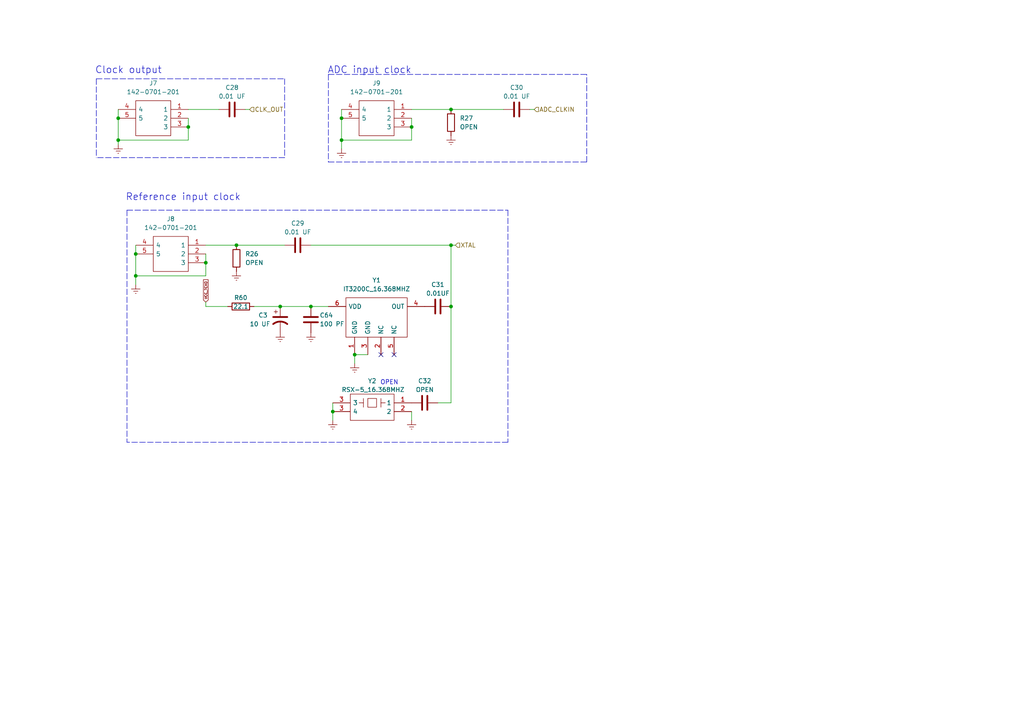
<source format=kicad_sch>
(kicad_sch (version 20211123) (generator eeschema)

  (uuid f6e14143-8acf-4ff4-8263-e98d7aa228c8)

  (paper "A4")

  (title_block
    (company "Tim McEvoy/Virginia Tech")
  )

  (lib_symbols
    (symbol "142-0701-201:142-0701-201" (pin_names (offset 0.762)) (in_bom yes) (on_board yes)
      (property "Reference" "J" (id 0) (at 16.51 7.62 0)
        (effects (font (size 1.27 1.27)) (justify left))
      )
      (property "Value" "142-0701-201" (id 1) (at 16.51 5.08 0)
        (effects (font (size 1.27 1.27)) (justify left))
      )
      (property "Footprint" "1420701201" (id 2) (at 16.51 2.54 0)
        (effects (font (size 1.27 1.27)) (justify left) hide)
      )
      (property "Datasheet" "https://datasheet.datasheetarchive.com/originals/distributors/Datasheets_SAMA/f0edfbb4fd3b9d8af3607c026aa358ce.pdf" (id 3) (at 16.51 0 0)
        (effects (font (size 1.27 1.27)) (justify left) hide)
      )
      (property "Description" "JOHNSON - CINCH CONNECTIVITY - 142-0701-201 - RF COAXIAL, SMA, STRAIGHT JACK, 50OHM" (id 4) (at 16.51 -2.54 0)
        (effects (font (size 1.27 1.27)) (justify left) hide)
      )
      (property "Height" "9.52" (id 5) (at 16.51 -5.08 0)
        (effects (font (size 1.27 1.27)) (justify left) hide)
      )
      (property "Manufacturer_Name" "Cinch Connectivity Solutions" (id 6) (at 16.51 -7.62 0)
        (effects (font (size 1.27 1.27)) (justify left) hide)
      )
      (property "Manufacturer_Part_Number" "142-0701-201" (id 7) (at 16.51 -10.16 0)
        (effects (font (size 1.27 1.27)) (justify left) hide)
      )
      (property "Mouser Part Number" "530-142-0701-201" (id 8) (at 16.51 -12.7 0)
        (effects (font (size 1.27 1.27)) (justify left) hide)
      )
      (property "Mouser Price/Stock" "https://www.mouser.co.uk/ProductDetail/Johnson-Cinch-Connectivity-Solutions/142-0701-201?qs=sh18mOF39qY1deZe7h2WsQ%3D%3D" (id 9) (at 16.51 -15.24 0)
        (effects (font (size 1.27 1.27)) (justify left) hide)
      )
      (property "Arrow Part Number" "142-0701-201" (id 10) (at 16.51 -17.78 0)
        (effects (font (size 1.27 1.27)) (justify left) hide)
      )
      (property "Arrow Price/Stock" "https://www.arrow.com/en/products/142-0701-201/cinch-connectivity-solutions?region=nac" (id 11) (at 16.51 -20.32 0)
        (effects (font (size 1.27 1.27)) (justify left) hide)
      )
      (property "Mouser Testing Part Number" "" (id 12) (at 16.51 -22.86 0)
        (effects (font (size 1.27 1.27)) (justify left) hide)
      )
      (property "Mouser Testing Price/Stock" "" (id 13) (at 16.51 -25.4 0)
        (effects (font (size 1.27 1.27)) (justify left) hide)
      )
      (property "ki_description" "JOHNSON - CINCH CONNECTIVITY - 142-0701-201 - RF COAXIAL, SMA, STRAIGHT JACK, 50OHM" (id 14) (at 0 0 0)
        (effects (font (size 1.27 1.27)) hide)
      )
      (symbol "142-0701-201_0_0"
        (pin passive line (at 0 0 0) (length 5.08)
          (name "1" (effects (font (size 1.27 1.27))))
          (number "1" (effects (font (size 1.27 1.27))))
        )
        (pin passive line (at 0 -2.54 0) (length 5.08)
          (name "2" (effects (font (size 1.27 1.27))))
          (number "2" (effects (font (size 1.27 1.27))))
        )
        (pin passive line (at 0 -5.08 0) (length 5.08)
          (name "3" (effects (font (size 1.27 1.27))))
          (number "3" (effects (font (size 1.27 1.27))))
        )
        (pin passive line (at 20.32 0 180) (length 5.08)
          (name "4" (effects (font (size 1.27 1.27))))
          (number "4" (effects (font (size 1.27 1.27))))
        )
        (pin passive line (at 20.32 -2.54 180) (length 5.08)
          (name "5" (effects (font (size 1.27 1.27))))
          (number "5" (effects (font (size 1.27 1.27))))
        )
      )
      (symbol "142-0701-201_0_1"
        (polyline
          (pts
            (xy 5.08 2.54)
            (xy 15.24 2.54)
            (xy 15.24 -7.62)
            (xy 5.08 -7.62)
            (xy 5.08 2.54)
          )
          (stroke (width 0.1524) (type default) (color 0 0 0 0))
          (fill (type none))
        )
      )
    )
    (symbol "142-0701-201_1" (pin_names (offset 0.762)) (in_bom yes) (on_board yes)
      (property "Reference" "Y?" (id 0) (at 12.7 7.62 0)
        (effects (font (size 1.27 1.27)))
      )
      (property "Value" "IT3200C_16.368MHZ" (id 1) (at 12.7 5.08 0)
        (effects (font (size 1.27 1.27)))
      )
      (property "Footprint" "" (id 2) (at 29.21 -20.32 0)
        (effects (font (size 1.27 1.27)) (justify left) hide)
      )
      (property "Datasheet" "" (id 3) (at 24.13 -33.02 0)
        (effects (font (size 1.27 1.27)) (justify left) hide)
      )
      (property "Description" "" (id 4) (at 22.86 -33.02 0)
        (effects (font (size 1.27 1.27)) (justify left) hide)
      )
      (property "Height" "" (id 5) (at 17.78 -19.05 0)
        (effects (font (size 1.27 1.27)) (justify left) hide)
      )
      (property "Manufacturer_Name" "" (id 6) (at 45.72 -16.51 0)
        (effects (font (size 1.27 1.27)) (justify left) hide)
      )
      (property "Manufacturer_Part_Number" "" (id 7) (at 49.53 -19.05 0)
        (effects (font (size 1.27 1.27)) (justify left) hide)
      )
      (property "Mouser Part Number" "" (id 8) (at 40.64 -20.32 0)
        (effects (font (size 1.27 1.27)) (justify left) hide)
      )
      (property "Mouser Price/Stock" "" (id 9) (at 41.91 -24.13 0)
        (effects (font (size 1.27 1.27)) (justify left) hide)
      )
      (property "Arrow Part Number" "" (id 10) (at 43.18 -30.48 0)
        (effects (font (size 1.27 1.27)) (justify left) hide)
      )
      (property "Arrow Price/Stock" "" (id 11) (at 24.13 -33.02 0)
        (effects (font (size 1.27 1.27)) (justify left) hide)
      )
      (property "Mouser Testing Part Number" "" (id 12) (at 16.51 -22.86 0)
        (effects (font (size 1.27 1.27)) (justify left) hide)
      )
      (property "Mouser Testing Price/Stock" "" (id 13) (at 16.51 -25.4 0)
        (effects (font (size 1.27 1.27)) (justify left) hide)
      )
      (property "ki_description" "JOHNSON - CINCH CONNECTIVITY - 142-0701-201 - RF COAXIAL, SMA, STRAIGHT JACK, 50OHM" (id 14) (at 0 0 0)
        (effects (font (size 1.27 1.27)) hide)
      )
      (symbol "142-0701-201_1_0_0"
        (pin passive line (at 6.35 -12.7 90) (length 5.08)
          (name "GND" (effects (font (size 1.27 1.27))))
          (number "1" (effects (font (size 1.27 1.27))))
        )
        (pin passive line (at 13.97 -12.7 90) (length 5.08)
          (name "NC" (effects (font (size 1.27 1.27))))
          (number "2" (effects (font (size 1.27 1.27))))
        )
        (pin passive line (at 10.16 -12.7 90) (length 5.08)
          (name "GND" (effects (font (size 1.27 1.27))))
          (number "3" (effects (font (size 1.27 1.27))))
        )
        (pin passive line (at 26.67 1.27 180) (length 5.08)
          (name "OUT" (effects (font (size 1.27 1.27))))
          (number "4" (effects (font (size 1.27 1.27))))
        )
        (pin passive line (at 17.78 -12.7 90) (length 5.08)
          (name "NC" (effects (font (size 1.27 1.27))))
          (number "5" (effects (font (size 1.27 1.27))))
        )
        (pin passive line (at -1.27 1.27 0) (length 5.08)
          (name "VDD" (effects (font (size 1.27 1.27))))
          (number "6" (effects (font (size 1.27 1.27))))
        )
      )
      (symbol "142-0701-201_1_0_1"
        (polyline
          (pts
            (xy 3.81 3.81)
            (xy 21.59 3.81)
            (xy 21.59 -7.62)
            (xy 3.81 -7.62)
            (xy 3.81 3.81)
          )
          (stroke (width 0.1524) (type default) (color 0 0 0 0))
          (fill (type none))
        )
      )
    )
    (symbol "Device:C" (pin_numbers hide) (pin_names (offset 0.254)) (in_bom yes) (on_board yes)
      (property "Reference" "C" (id 0) (at 0.635 2.54 0)
        (effects (font (size 1.27 1.27)) (justify left))
      )
      (property "Value" "C" (id 1) (at 0.635 -2.54 0)
        (effects (font (size 1.27 1.27)) (justify left))
      )
      (property "Footprint" "" (id 2) (at 0.9652 -3.81 0)
        (effects (font (size 1.27 1.27)) hide)
      )
      (property "Datasheet" "~" (id 3) (at 0 0 0)
        (effects (font (size 1.27 1.27)) hide)
      )
      (property "ki_keywords" "cap capacitor" (id 4) (at 0 0 0)
        (effects (font (size 1.27 1.27)) hide)
      )
      (property "ki_description" "Unpolarized capacitor" (id 5) (at 0 0 0)
        (effects (font (size 1.27 1.27)) hide)
      )
      (property "ki_fp_filters" "C_*" (id 6) (at 0 0 0)
        (effects (font (size 1.27 1.27)) hide)
      )
      (symbol "C_0_1"
        (polyline
          (pts
            (xy -2.032 -0.762)
            (xy 2.032 -0.762)
          )
          (stroke (width 0.508) (type default) (color 0 0 0 0))
          (fill (type none))
        )
        (polyline
          (pts
            (xy -2.032 0.762)
            (xy 2.032 0.762)
          )
          (stroke (width 0.508) (type default) (color 0 0 0 0))
          (fill (type none))
        )
      )
      (symbol "C_1_1"
        (pin passive line (at 0 3.81 270) (length 2.794)
          (name "~" (effects (font (size 1.27 1.27))))
          (number "1" (effects (font (size 1.27 1.27))))
        )
        (pin passive line (at 0 -3.81 90) (length 2.794)
          (name "~" (effects (font (size 1.27 1.27))))
          (number "2" (effects (font (size 1.27 1.27))))
        )
      )
    )
    (symbol "Device:C_Polarized_US" (pin_numbers hide) (pin_names (offset 0.254) hide) (in_bom yes) (on_board yes)
      (property "Reference" "C" (id 0) (at 0.635 2.54 0)
        (effects (font (size 1.27 1.27)) (justify left))
      )
      (property "Value" "C_Polarized_US" (id 1) (at 0.635 -2.54 0)
        (effects (font (size 1.27 1.27)) (justify left))
      )
      (property "Footprint" "" (id 2) (at 0 0 0)
        (effects (font (size 1.27 1.27)) hide)
      )
      (property "Datasheet" "~" (id 3) (at 0 0 0)
        (effects (font (size 1.27 1.27)) hide)
      )
      (property "ki_keywords" "cap capacitor" (id 4) (at 0 0 0)
        (effects (font (size 1.27 1.27)) hide)
      )
      (property "ki_description" "Polarized capacitor, US symbol" (id 5) (at 0 0 0)
        (effects (font (size 1.27 1.27)) hide)
      )
      (property "ki_fp_filters" "CP_*" (id 6) (at 0 0 0)
        (effects (font (size 1.27 1.27)) hide)
      )
      (symbol "C_Polarized_US_0_1"
        (polyline
          (pts
            (xy -2.032 0.762)
            (xy 2.032 0.762)
          )
          (stroke (width 0.508) (type default) (color 0 0 0 0))
          (fill (type none))
        )
        (polyline
          (pts
            (xy -1.778 2.286)
            (xy -0.762 2.286)
          )
          (stroke (width 0) (type default) (color 0 0 0 0))
          (fill (type none))
        )
        (polyline
          (pts
            (xy -1.27 1.778)
            (xy -1.27 2.794)
          )
          (stroke (width 0) (type default) (color 0 0 0 0))
          (fill (type none))
        )
        (arc (start 2.032 -1.27) (mid 0 -0.5572) (end -2.032 -1.27)
          (stroke (width 0.508) (type default) (color 0 0 0 0))
          (fill (type none))
        )
      )
      (symbol "C_Polarized_US_1_1"
        (pin passive line (at 0 3.81 270) (length 2.794)
          (name "~" (effects (font (size 1.27 1.27))))
          (number "1" (effects (font (size 1.27 1.27))))
        )
        (pin passive line (at 0 -3.81 90) (length 3.302)
          (name "~" (effects (font (size 1.27 1.27))))
          (number "2" (effects (font (size 1.27 1.27))))
        )
      )
    )
    (symbol "Device:R" (pin_numbers hide) (pin_names (offset 0)) (in_bom yes) (on_board yes)
      (property "Reference" "R" (id 0) (at 2.032 0 90)
        (effects (font (size 1.27 1.27)))
      )
      (property "Value" "R" (id 1) (at 0 0 90)
        (effects (font (size 1.27 1.27)))
      )
      (property "Footprint" "" (id 2) (at -1.778 0 90)
        (effects (font (size 1.27 1.27)) hide)
      )
      (property "Datasheet" "~" (id 3) (at 0 0 0)
        (effects (font (size 1.27 1.27)) hide)
      )
      (property "ki_keywords" "R res resistor" (id 4) (at 0 0 0)
        (effects (font (size 1.27 1.27)) hide)
      )
      (property "ki_description" "Resistor" (id 5) (at 0 0 0)
        (effects (font (size 1.27 1.27)) hide)
      )
      (property "ki_fp_filters" "R_*" (id 6) (at 0 0 0)
        (effects (font (size 1.27 1.27)) hide)
      )
      (symbol "R_0_1"
        (rectangle (start -1.016 -2.54) (end 1.016 2.54)
          (stroke (width 0.254) (type default) (color 0 0 0 0))
          (fill (type none))
        )
      )
      (symbol "R_1_1"
        (pin passive line (at 0 3.81 270) (length 1.27)
          (name "~" (effects (font (size 1.27 1.27))))
          (number "1" (effects (font (size 1.27 1.27))))
        )
        (pin passive line (at 0 -3.81 90) (length 1.27)
          (name "~" (effects (font (size 1.27 1.27))))
          (number "2" (effects (font (size 1.27 1.27))))
        )
      )
    )
    (symbol "PEC02SAAN:PEC02SAAN" (pin_names (offset 0.762)) (in_bom yes) (on_board yes)
      (property "Reference" "Y?" (id 0) (at 5.08 6.35 0)
        (effects (font (size 1.27 1.27)) (justify left))
      )
      (property "Value" "RSX-5_16.368MHZ" (id 1) (at 5.08 3.81 0)
        (effects (font (size 1.27 1.27)) (justify left))
      )
      (property "Footprint" "" (id 2) (at 16.51 2.54 0)
        (effects (font (size 1.27 1.27)) (justify left) hide)
      )
      (property "Datasheet" "" (id 3) (at 5.08 5.08 0)
        (effects (font (size 1.27 1.27)) (justify left) hide)
      )
      (property "Description" "" (id 4) (at 5.08 2.54 0)
        (effects (font (size 1.27 1.27)) (justify left) hide)
      )
      (property "Height" "" (id 5) (at 16.51 -5.08 0)
        (effects (font (size 1.27 1.27)) (justify left) hide)
      )
      (property "Manufacturer_Name" "" (id 6) (at 16.51 -7.62 0)
        (effects (font (size 1.27 1.27)) (justify left) hide)
      )
      (property "Manufacturer_Part_Number" "" (id 7) (at 16.51 -10.16 0)
        (effects (font (size 1.27 1.27)) (justify left) hide)
      )
      (property "Mouser Part Number" "" (id 8) (at 16.51 -12.7 0)
        (effects (font (size 1.27 1.27)) (justify left) hide)
      )
      (property "Mouser Price/Stock" "" (id 9) (at 16.51 -15.24 0)
        (effects (font (size 1.27 1.27)) (justify left) hide)
      )
      (property "Arrow Part Number" "" (id 10) (at 16.51 -17.78 0)
        (effects (font (size 1.27 1.27)) (justify left) hide)
      )
      (property "Arrow Price/Stock" "" (id 11) (at 16.51 -20.32 0)
        (effects (font (size 1.27 1.27)) (justify left) hide)
      )
      (property "Mouser Testing Part Number" "" (id 12) (at 16.51 -22.86 0)
        (effects (font (size 1.27 1.27)) (justify left) hide)
      )
      (property "Mouser Testing Price/Stock" "" (id 13) (at 16.51 -25.4 0)
        (effects (font (size 1.27 1.27)) (justify left) hide)
      )
      (property "ki_description" "CONN HEADER VERT 2POS 2.54MM" (id 14) (at 0 0 0)
        (effects (font (size 1.27 1.27)) hide)
      )
      (symbol "PEC02SAAN_0_0"
        (pin passive line (at 21.59 0 180) (length 5.08)
          (name "1" (effects (font (size 1.27 1.27))))
          (number "1" (effects (font (size 1.27 1.27))))
        )
        (pin passive line (at 21.59 -2.54 180) (length 5.08)
          (name "2" (effects (font (size 1.27 1.27))))
          (number "2" (effects (font (size 1.27 1.27))))
        )
        (pin passive line (at -1.27 0 0) (length 5.08)
          (name "3" (effects (font (size 1.27 1.27))))
          (number "3" (effects (font (size 1.27 1.27))))
        )
        (pin passive line (at -1.27 -2.54 0) (length 5.08)
          (name "4" (effects (font (size 1.27 1.27))))
          (number "3" (effects (font (size 1.27 1.27))))
        )
      )
      (symbol "PEC02SAAN_0_1"
        (polyline
          (pts
            (xy 7.62 0)
            (xy 6.35 0)
          )
          (stroke (width 0) (type default) (color 0 0 0 0))
          (fill (type none))
        )
        (polyline
          (pts
            (xy 7.62 1.27)
            (xy 7.62 -1.27)
          )
          (stroke (width 0) (type default) (color 0 0 0 0))
          (fill (type none))
        )
        (polyline
          (pts
            (xy 12.7 0)
            (xy 13.97 0)
          )
          (stroke (width 0) (type default) (color 0 0 0 0))
          (fill (type none))
        )
        (polyline
          (pts
            (xy 12.7 1.27)
            (xy 12.7 -1.27)
          )
          (stroke (width 0) (type default) (color 0 0 0 0))
          (fill (type none))
        )
        (polyline
          (pts
            (xy 3.81 2.54)
            (xy 16.51 2.54)
            (xy 16.51 -5.08)
            (xy 3.81 -5.08)
            (xy 3.81 2.54)
          )
          (stroke (width 0.1524) (type default) (color 0 0 0 0))
          (fill (type none))
        )
        (rectangle (start 8.89 1.27) (end 11.43 -1.27)
          (stroke (width 0) (type default) (color 0 0 0 0))
          (fill (type none))
        )
      )
    )
    (symbol "power:Earth" (power) (pin_names (offset 0)) (in_bom yes) (on_board yes)
      (property "Reference" "#PWR" (id 0) (at 0 -6.35 0)
        (effects (font (size 1.27 1.27)) hide)
      )
      (property "Value" "Earth" (id 1) (at 0 -3.81 0)
        (effects (font (size 1.27 1.27)) hide)
      )
      (property "Footprint" "" (id 2) (at 0 0 0)
        (effects (font (size 1.27 1.27)) hide)
      )
      (property "Datasheet" "~" (id 3) (at 0 0 0)
        (effects (font (size 1.27 1.27)) hide)
      )
      (property "ki_keywords" "power-flag ground gnd" (id 4) (at 0 0 0)
        (effects (font (size 1.27 1.27)) hide)
      )
      (property "ki_description" "Power symbol creates a global label with name \"Earth\"" (id 5) (at 0 0 0)
        (effects (font (size 1.27 1.27)) hide)
      )
      (symbol "Earth_0_1"
        (polyline
          (pts
            (xy -0.635 -1.905)
            (xy 0.635 -1.905)
          )
          (stroke (width 0) (type default) (color 0 0 0 0))
          (fill (type none))
        )
        (polyline
          (pts
            (xy -0.127 -2.54)
            (xy 0.127 -2.54)
          )
          (stroke (width 0) (type default) (color 0 0 0 0))
          (fill (type none))
        )
        (polyline
          (pts
            (xy 0 -1.27)
            (xy 0 0)
          )
          (stroke (width 0) (type default) (color 0 0 0 0))
          (fill (type none))
        )
        (polyline
          (pts
            (xy 1.27 -1.27)
            (xy -1.27 -1.27)
          )
          (stroke (width 0) (type default) (color 0 0 0 0))
          (fill (type none))
        )
      )
      (symbol "Earth_1_1"
        (pin power_in line (at 0 0 270) (length 0) hide
          (name "Earth" (effects (font (size 1.27 1.27))))
          (number "1" (effects (font (size 1.27 1.27))))
        )
      )
    )
  )

  (junction (at 39.37 80.01) (diameter 0) (color 0 0 0 0)
    (uuid 087d3324-ba2f-4af7-adde-170194a833bf)
  )
  (junction (at 119.38 36.83) (diameter 0) (color 0 0 0 0)
    (uuid 0d2bf2cb-7fdc-4a17-914a-e3113c099df4)
  )
  (junction (at 130.81 71.12) (diameter 0) (color 0 0 0 0)
    (uuid 19d0ad9c-5327-4fc2-aa2e-6a9c8074e7fb)
  )
  (junction (at 99.06 40.64) (diameter 0) (color 0 0 0 0)
    (uuid 1fba81cc-f79f-461d-97e4-5f46f0aebd20)
  )
  (junction (at 54.61 36.83) (diameter 0) (color 0 0 0 0)
    (uuid 38c02b5c-39d7-43cf-874a-6a12387fa750)
  )
  (junction (at 96.52 119.38) (diameter 0) (color 0 0 0 0)
    (uuid 48ae4240-ed62-402c-a659-8ec6c9361690)
  )
  (junction (at 39.37 73.66) (diameter 0) (color 0 0 0 0)
    (uuid 6c995755-1925-4629-9fb2-211e2133e58a)
  )
  (junction (at 99.06 34.29) (diameter 0) (color 0 0 0 0)
    (uuid 6fb29a00-b2e2-4fca-9443-aa63341db452)
  )
  (junction (at 102.87 102.87) (diameter 0) (color 0 0 0 0)
    (uuid 7ce91eed-374b-4a84-84b5-4e5779040632)
  )
  (junction (at 59.69 76.2) (diameter 0) (color 0 0 0 0)
    (uuid a34461e9-1901-438e-9934-f4467762173a)
  )
  (junction (at 130.81 31.75) (diameter 0) (color 0 0 0 0)
    (uuid ae82e17a-f468-4e0e-bc87-165b0785b335)
  )
  (junction (at 81.28 88.9) (diameter 0) (color 0 0 0 0)
    (uuid bf4ac064-19ec-414b-9351-d3042a087886)
  )
  (junction (at 34.29 40.64) (diameter 0) (color 0 0 0 0)
    (uuid c610375b-89cb-4c71-b1cb-bcd70642fec4)
  )
  (junction (at 130.81 88.9) (diameter 0) (color 0 0 0 0)
    (uuid d7dcbb87-6920-42c0-98a5-40a2ef1ff9f9)
  )
  (junction (at 90.17 88.9) (diameter 0) (color 0 0 0 0)
    (uuid dfcacdde-e39f-41f1-a5ae-3690a96ccc35)
  )
  (junction (at 34.29 34.29) (diameter 0) (color 0 0 0 0)
    (uuid ec2b7749-5ba8-4561-b0d3-e4d435bed6da)
  )
  (junction (at 68.58 71.12) (diameter 0) (color 0 0 0 0)
    (uuid fa35dbd2-45f5-4bea-a37f-9afd828fc25b)
  )

  (no_connect (at 110.49 102.87) (uuid 282796f7-2a5d-4982-ba54-e26539e53914))
  (no_connect (at 114.3 102.87) (uuid 73d00715-cd77-4e20-bcc7-7da9f52dac29))

  (polyline (pts (xy 27.94 22.86) (xy 82.55 22.86))
    (stroke (width 0) (type default) (color 0 0 0 0))
    (uuid 04069660-32e6-43ba-8803-054040bf3c41)
  )
  (polyline (pts (xy 36.83 60.96) (xy 36.83 128.27))
    (stroke (width 0) (type default) (color 0 0 0 0))
    (uuid 0bb76318-156c-4683-97e9-60279c2f51c9)
  )

  (wire (pts (xy 73.66 88.9) (xy 81.28 88.9))
    (stroke (width 0) (type default) (color 0 0 0 0))
    (uuid 1197e1d3-754f-43d6-acfd-c7f4f0f5356d)
  )
  (wire (pts (xy 59.69 71.12) (xy 68.58 71.12))
    (stroke (width 0) (type default) (color 0 0 0 0))
    (uuid 1275eef2-b3c0-410a-ab19-f4ea9f885b76)
  )
  (wire (pts (xy 130.81 88.9) (xy 130.81 116.84))
    (stroke (width 0) (type default) (color 0 0 0 0))
    (uuid 151f78bf-d68f-4d9e-8c36-6bda07310609)
  )
  (wire (pts (xy 119.38 36.83) (xy 119.38 40.64))
    (stroke (width 0) (type default) (color 0 0 0 0))
    (uuid 172aad7b-7856-4552-9183-b37171f9e24f)
  )
  (wire (pts (xy 153.67 31.75) (xy 154.94 31.75))
    (stroke (width 0) (type default) (color 0 0 0 0))
    (uuid 20f2d5fa-c90c-4a1c-ba0e-34d1157acb3d)
  )
  (wire (pts (xy 90.17 88.9) (xy 95.25 88.9))
    (stroke (width 0) (type default) (color 0 0 0 0))
    (uuid 218cc0b6-f3f3-4ef8-af06-94cb4d389ee3)
  )
  (polyline (pts (xy 82.55 45.72) (xy 27.94 45.72))
    (stroke (width 0) (type default) (color 0 0 0 0))
    (uuid 249ee843-298d-4a78-81ed-d2afd7e00e8c)
  )
  (polyline (pts (xy 82.55 22.86) (xy 82.55 45.72))
    (stroke (width 0) (type default) (color 0 0 0 0))
    (uuid 26f89479-95a0-4a36-ba9d-d65d5bce4c84)
  )

  (wire (pts (xy 102.87 102.87) (xy 102.87 105.41))
    (stroke (width 0) (type default) (color 0 0 0 0))
    (uuid 39d974b0-da55-45d6-9f70-99d362da0fd1)
  )
  (wire (pts (xy 34.29 40.64) (xy 34.29 34.29))
    (stroke (width 0) (type default) (color 0 0 0 0))
    (uuid 3ca95512-9ed7-454d-aae7-75872b06be40)
  )
  (wire (pts (xy 119.38 34.29) (xy 119.38 36.83))
    (stroke (width 0) (type default) (color 0 0 0 0))
    (uuid 3dfd3063-ea71-4f0a-bd32-b2b39f48fe76)
  )
  (wire (pts (xy 59.69 87.63) (xy 59.69 88.9))
    (stroke (width 0) (type default) (color 0 0 0 0))
    (uuid 45259e5f-d9e6-49b7-9798-60440d67a065)
  )
  (polyline (pts (xy 36.83 60.96) (xy 147.32 60.96))
    (stroke (width 0) (type default) (color 0 0 0 0))
    (uuid 51294166-2dee-44bc-9cc6-7eca2a431bea)
  )

  (wire (pts (xy 99.06 31.75) (xy 99.06 34.29))
    (stroke (width 0) (type default) (color 0 0 0 0))
    (uuid 56d5d552-6d55-48c1-8265-ebf1b25e9338)
  )
  (wire (pts (xy 59.69 80.01) (xy 59.69 76.2))
    (stroke (width 0) (type default) (color 0 0 0 0))
    (uuid 577d53a4-55b7-41ed-a0b1-4aacca0ff2bc)
  )
  (polyline (pts (xy 170.18 46.99) (xy 170.18 21.59))
    (stroke (width 0) (type default) (color 0 0 0 0))
    (uuid 62b8aaf1-c8d1-4600-9ffb-dfd3a535bf21)
  )

  (wire (pts (xy 81.28 88.9) (xy 90.17 88.9))
    (stroke (width 0) (type default) (color 0 0 0 0))
    (uuid 64c664ef-9445-4d3f-81ac-74937801a8f2)
  )
  (wire (pts (xy 130.81 31.75) (xy 146.05 31.75))
    (stroke (width 0) (type default) (color 0 0 0 0))
    (uuid 66d7a49f-e5a2-4738-a040-d902a4b4173c)
  )
  (wire (pts (xy 39.37 73.66) (xy 39.37 80.01))
    (stroke (width 0) (type default) (color 0 0 0 0))
    (uuid 686de6b9-1d65-4b40-a2a9-e861625f721a)
  )
  (wire (pts (xy 102.87 102.87) (xy 106.68 102.87))
    (stroke (width 0) (type default) (color 0 0 0 0))
    (uuid 6f93e47d-adc4-4e5f-a07f-3f244501bac1)
  )
  (polyline (pts (xy 95.25 21.59) (xy 170.18 21.59))
    (stroke (width 0) (type default) (color 0 0 0 0))
    (uuid 7602f020-2b1a-4bfd-924a-fc7b04a90ab8)
  )
  (polyline (pts (xy 95.25 21.59) (xy 95.25 46.99))
    (stroke (width 0) (type default) (color 0 0 0 0))
    (uuid 787437bc-1ad0-4c85-ba2b-64175c9bb5e9)
  )

  (wire (pts (xy 71.12 31.75) (xy 72.39 31.75))
    (stroke (width 0) (type default) (color 0 0 0 0))
    (uuid 78dd58f3-7520-4705-b5c2-b1d76d4b5fdf)
  )
  (wire (pts (xy 54.61 34.29) (xy 54.61 36.83))
    (stroke (width 0) (type default) (color 0 0 0 0))
    (uuid 7b57756f-a8ad-4d11-9a98-fe6b1b126f10)
  )
  (wire (pts (xy 39.37 71.12) (xy 39.37 73.66))
    (stroke (width 0) (type default) (color 0 0 0 0))
    (uuid 83831182-fd9c-452f-847e-5949cfaba56a)
  )
  (polyline (pts (xy 95.25 46.99) (xy 170.18 46.99))
    (stroke (width 0) (type default) (color 0 0 0 0))
    (uuid 882fea29-9dbd-4828-9a71-e51602a6fbd4)
  )

  (wire (pts (xy 68.58 71.12) (xy 82.55 71.12))
    (stroke (width 0) (type default) (color 0 0 0 0))
    (uuid 8d0456b0-adec-40e8-aaad-6df9f915caed)
  )
  (polyline (pts (xy 147.32 128.27) (xy 36.83 128.27))
    (stroke (width 0) (type default) (color 0 0 0 0))
    (uuid 953767ce-c6ce-4754-9177-a696382f6e4b)
  )

  (wire (pts (xy 54.61 40.64) (xy 34.29 40.64))
    (stroke (width 0) (type default) (color 0 0 0 0))
    (uuid 97a84457-13f5-45da-9808-0d80b3c2ed94)
  )
  (wire (pts (xy 119.38 119.38) (xy 119.38 121.92))
    (stroke (width 0) (type default) (color 0 0 0 0))
    (uuid a24df891-85b4-46c4-b2db-f1bf0be74630)
  )
  (wire (pts (xy 59.69 73.66) (xy 59.69 76.2))
    (stroke (width 0) (type default) (color 0 0 0 0))
    (uuid a80d52db-db3e-4f63-8df7-8006ed86631c)
  )
  (wire (pts (xy 96.52 116.84) (xy 96.52 119.38))
    (stroke (width 0) (type default) (color 0 0 0 0))
    (uuid a90d2f7d-2e5b-4dbd-af05-f91cfa9ceab3)
  )
  (wire (pts (xy 99.06 40.64) (xy 99.06 43.18))
    (stroke (width 0) (type default) (color 0 0 0 0))
    (uuid b0df0ed5-c879-4ebd-9017-12c12eecbf93)
  )
  (wire (pts (xy 119.38 40.64) (xy 99.06 40.64))
    (stroke (width 0) (type default) (color 0 0 0 0))
    (uuid b74c1192-3275-4e9f-b5e2-95f6dcb64cd1)
  )
  (wire (pts (xy 39.37 80.01) (xy 59.69 80.01))
    (stroke (width 0) (type default) (color 0 0 0 0))
    (uuid b77d8cf5-c5a7-4fe5-bff4-ee896ca03266)
  )
  (wire (pts (xy 34.29 31.75) (xy 34.29 34.29))
    (stroke (width 0) (type default) (color 0 0 0 0))
    (uuid bfc0d946-d88d-4fd9-899d-972f664bd709)
  )
  (wire (pts (xy 130.81 71.12) (xy 132.08 71.12))
    (stroke (width 0) (type default) (color 0 0 0 0))
    (uuid c0fac197-29c1-4474-9f48-8451396190ae)
  )
  (polyline (pts (xy 27.94 22.86) (xy 27.94 45.72))
    (stroke (width 0) (type default) (color 0 0 0 0))
    (uuid c179db34-0994-4ef9-8cb5-6f68c7ad7c77)
  )
  (polyline (pts (xy 147.32 60.96) (xy 147.32 128.27))
    (stroke (width 0) (type default) (color 0 0 0 0))
    (uuid c26dde9d-cb03-4c8e-b6d4-93fbf8c867f5)
  )

  (wire (pts (xy 119.38 31.75) (xy 130.81 31.75))
    (stroke (width 0) (type default) (color 0 0 0 0))
    (uuid c60db7d7-38b6-458a-aeaf-a125c254898b)
  )
  (wire (pts (xy 127 116.84) (xy 130.81 116.84))
    (stroke (width 0) (type default) (color 0 0 0 0))
    (uuid d0742df9-7d6a-4c8f-8698-ecbb0dfe2887)
  )
  (wire (pts (xy 66.04 88.9) (xy 59.69 88.9))
    (stroke (width 0) (type default) (color 0 0 0 0))
    (uuid d7b2c763-1e0d-40be-b3e0-28ffdc7d841a)
  )
  (wire (pts (xy 99.06 40.64) (xy 99.06 34.29))
    (stroke (width 0) (type default) (color 0 0 0 0))
    (uuid eabb6079-c320-40b0-8822-6a7a028ee45f)
  )
  (wire (pts (xy 34.29 40.64) (xy 34.29 41.91))
    (stroke (width 0) (type default) (color 0 0 0 0))
    (uuid ebd1a0d9-5605-4e0e-8636-ffdd34019daf)
  )
  (wire (pts (xy 54.61 31.75) (xy 63.5 31.75))
    (stroke (width 0) (type default) (color 0 0 0 0))
    (uuid ed6a08fa-b2a8-462f-ba36-489164ead7ed)
  )
  (wire (pts (xy 90.17 71.12) (xy 130.81 71.12))
    (stroke (width 0) (type default) (color 0 0 0 0))
    (uuid ed8857da-fb68-4891-a149-058903395b83)
  )
  (wire (pts (xy 96.52 119.38) (xy 96.52 121.92))
    (stroke (width 0) (type default) (color 0 0 0 0))
    (uuid ee4e76d2-70de-43a2-a374-3140b67ed8e1)
  )
  (wire (pts (xy 39.37 80.01) (xy 39.37 82.55))
    (stroke (width 0) (type default) (color 0 0 0 0))
    (uuid f0eb0441-b696-46ca-b9c6-d8e4a2aa8ab8)
  )
  (wire (pts (xy 54.61 36.83) (xy 54.61 40.64))
    (stroke (width 0) (type default) (color 0 0 0 0))
    (uuid f5a80cde-c4c8-4436-9dea-f04953a8e203)
  )
  (wire (pts (xy 130.81 71.12) (xy 130.81 88.9))
    (stroke (width 0) (type default) (color 0 0 0 0))
    (uuid f5e04545-df7c-4a94-aa81-3c38467de120)
  )

  (text "ADC input clock" (at 119.38 21.59 180)
    (effects (font (size 2 2)) (justify right bottom))
    (uuid 379a771e-ad30-4e2e-8db0-98e89d1172bc)
  )
  (text "Reference input clock" (at 69.85 58.42 180)
    (effects (font (size 2 2)) (justify right bottom))
    (uuid 4b69f2ef-3859-447f-a4a4-dd25c7eae67f)
  )
  (text "Clock output\n" (at 46.99 21.59 180)
    (effects (font (size 2 2)) (justify right bottom))
    (uuid a91a48c9-1137-4673-8069-95786c517429)
  )
  (text "OPEN" (at 115.57 111.76 180)
    (effects (font (size 1.27 1.27)) (justify right bottom))
    (uuid f6416ad5-b261-4aab-a3ef-9e10f610f9d1)
  )

  (global_label "VCC_TCXO" (shape input) (at 59.69 87.63 90) (fields_autoplaced)
    (effects (font (size 0.7 0.7)) (justify left))
    (uuid 717cdc4f-fdf2-4456-874e-0a2b07299bde)
    (property "Intersheet References" "${INTERSHEET_REFS}" (id 0) (at 59.6463 81.1333 90)
      (effects (font (size 0.7 0.7)) (justify left) hide)
    )
  )

  (hierarchical_label "XTAL" (shape input) (at 132.08 71.12 0)
    (effects (font (size 1.27 1.27)) (justify left))
    (uuid 1faba82a-2de6-4f30-881c-7f8b208ad98b)
  )
  (hierarchical_label "ADC_CLKIN" (shape input) (at 154.94 31.75 0)
    (effects (font (size 1.27 1.27)) (justify left))
    (uuid 36240456-2736-4b29-89f6-7956f575bccd)
  )
  (hierarchical_label "CLK_OUT" (shape input) (at 72.39 31.75 0)
    (effects (font (size 1.27 1.27)) (justify left))
    (uuid cf866821-3a35-4404-b5b0-fb5929559759)
  )

  (symbol (lib_id "Device:R") (at 130.81 35.56 0) (unit 1)
    (in_bom yes) (on_board yes) (fields_autoplaced)
    (uuid 0072f8e9-6aed-4e52-b65d-ddc282d56b7c)
    (property "Reference" "R27" (id 0) (at 133.35 34.2899 0)
      (effects (font (size 1.27 1.27)) (justify left))
    )
    (property "Value" "OPEN" (id 1) (at 133.35 36.8299 0)
      (effects (font (size 1.27 1.27)) (justify left))
    )
    (property "Footprint" "" (id 2) (at 129.032 35.56 90)
      (effects (font (size 1.27 1.27)) hide)
    )
    (property "Datasheet" "~" (id 3) (at 130.81 35.56 0)
      (effects (font (size 1.27 1.27)) hide)
    )
    (pin "1" (uuid 0d5b7d0c-180e-42a0-b793-6a17cf8ea8a9))
    (pin "2" (uuid fd7601e2-80e6-453a-ae7a-9a46456eb0e9))
  )

  (symbol (lib_id "Device:C") (at 90.17 92.71 0) (unit 1)
    (in_bom yes) (on_board yes)
    (uuid 03a18e09-3ec9-4397-9e54-742106808293)
    (property "Reference" "C64" (id 0) (at 92.71 91.44 0)
      (effects (font (size 1.27 1.27)) (justify left))
    )
    (property "Value" "100 PF" (id 1) (at 92.71 93.98 0)
      (effects (font (size 1.27 1.27)) (justify left))
    )
    (property "Footprint" "" (id 2) (at 91.1352 96.52 0)
      (effects (font (size 1.27 1.27)) hide)
    )
    (property "Datasheet" "~" (id 3) (at 90.17 92.71 0)
      (effects (font (size 1.27 1.27)) hide)
    )
    (pin "1" (uuid 170c3df4-ec37-4203-81aa-fe06944f83d9))
    (pin "2" (uuid 8cce1f3e-90db-444f-8ce0-2e4cb20dc163))
  )

  (symbol (lib_id "Device:R") (at 68.58 74.93 0) (unit 1)
    (in_bom yes) (on_board yes) (fields_autoplaced)
    (uuid 211b5376-0db8-410c-a980-85c7edb174b0)
    (property "Reference" "R26" (id 0) (at 71.12 73.6599 0)
      (effects (font (size 1.27 1.27)) (justify left))
    )
    (property "Value" "OPEN" (id 1) (at 71.12 76.1999 0)
      (effects (font (size 1.27 1.27)) (justify left))
    )
    (property "Footprint" "" (id 2) (at 66.802 74.93 90)
      (effects (font (size 1.27 1.27)) hide)
    )
    (property "Datasheet" "~" (id 3) (at 68.58 74.93 0)
      (effects (font (size 1.27 1.27)) hide)
    )
    (pin "1" (uuid 26c938e1-449d-4958-817b-46f91cece946))
    (pin "2" (uuid c919cffa-89e3-4c88-b998-1a6ba9118482))
  )

  (symbol (lib_id "Device:R") (at 69.85 88.9 270) (unit 1)
    (in_bom yes) (on_board yes)
    (uuid 216119e2-671d-4200-8673-1b075f309350)
    (property "Reference" "R60" (id 0) (at 69.85 86.36 90))
    (property "Value" "22.1" (id 1) (at 69.85 88.9 90))
    (property "Footprint" "" (id 2) (at 69.85 87.122 90)
      (effects (font (size 1.27 1.27)) hide)
    )
    (property "Datasheet" "~" (id 3) (at 69.85 88.9 0)
      (effects (font (size 1.27 1.27)) hide)
    )
    (pin "1" (uuid af11a475-9e76-4d88-8b0e-7da535818cfd))
    (pin "2" (uuid 6e46e2c5-d415-4ff4-b4a7-d439e8d9f815))
  )

  (symbol (lib_id "power:Earth") (at 119.38 121.92 0) (unit 1)
    (in_bom yes) (on_board yes) (fields_autoplaced)
    (uuid 2d791c12-fa88-4e07-a846-133fb27db990)
    (property "Reference" "#PWR0156" (id 0) (at 119.38 128.27 0)
      (effects (font (size 1.27 1.27)) hide)
    )
    (property "Value" "Earth" (id 1) (at 119.38 125.73 0)
      (effects (font (size 1.27 1.27)) hide)
    )
    (property "Footprint" "" (id 2) (at 119.38 121.92 0)
      (effects (font (size 1.27 1.27)) hide)
    )
    (property "Datasheet" "~" (id 3) (at 119.38 121.92 0)
      (effects (font (size 1.27 1.27)) hide)
    )
    (pin "1" (uuid 9d83096d-afae-4d01-8466-5004c33677ae))
  )

  (symbol (lib_id "power:Earth") (at 99.06 43.18 0) (unit 1)
    (in_bom yes) (on_board yes) (fields_autoplaced)
    (uuid 2e4a3ae0-7770-44bf-a78a-2f519047ca4e)
    (property "Reference" "#PWR0147" (id 0) (at 99.06 49.53 0)
      (effects (font (size 1.27 1.27)) hide)
    )
    (property "Value" "Earth" (id 1) (at 99.06 46.99 0)
      (effects (font (size 1.27 1.27)) hide)
    )
    (property "Footprint" "" (id 2) (at 99.06 43.18 0)
      (effects (font (size 1.27 1.27)) hide)
    )
    (property "Datasheet" "~" (id 3) (at 99.06 43.18 0)
      (effects (font (size 1.27 1.27)) hide)
    )
    (pin "1" (uuid 570f23e1-9620-4661-b914-e5124a10fa41))
  )

  (symbol (lib_id "142-0701-201:142-0701-201") (at 54.61 31.75 0) (mirror y) (unit 1)
    (in_bom yes) (on_board yes) (fields_autoplaced)
    (uuid 359d57b8-7d06-461c-a124-2b158c63ab35)
    (property "Reference" "J7" (id 0) (at 44.45 24.13 0))
    (property "Value" "142-0701-201" (id 1) (at 44.45 26.67 0))
    (property "Footprint" "142-0701-201:1420701201" (id 2) (at 38.1 29.21 0)
      (effects (font (size 1.27 1.27)) (justify left) hide)
    )
    (property "Datasheet" "https://datasheet.datasheetarchive.com/originals/distributors/Datasheets_SAMA/f0edfbb4fd3b9d8af3607c026aa358ce.pdf" (id 3) (at 38.1 31.75 0)
      (effects (font (size 1.27 1.27)) (justify left) hide)
    )
    (property "Description" "JOHNSON - CINCH CONNECTIVITY - 142-0701-201 - RF COAXIAL, SMA, STRAIGHT JACK, 50OHM" (id 4) (at 38.1 34.29 0)
      (effects (font (size 1.27 1.27)) (justify left) hide)
    )
    (property "Height" "9.52" (id 5) (at 38.1 36.83 0)
      (effects (font (size 1.27 1.27)) (justify left) hide)
    )
    (property "Manufacturer_Name" "Cinch Connectivity Solutions" (id 6) (at 38.1 39.37 0)
      (effects (font (size 1.27 1.27)) (justify left) hide)
    )
    (property "Manufacturer_Part_Number" "142-0701-201" (id 7) (at 38.1 41.91 0)
      (effects (font (size 1.27 1.27)) (justify left) hide)
    )
    (property "Mouser Part Number" "530-142-0701-201" (id 8) (at 38.1 44.45 0)
      (effects (font (size 1.27 1.27)) (justify left) hide)
    )
    (property "Mouser Price/Stock" "https://www.mouser.co.uk/ProductDetail/Johnson-Cinch-Connectivity-Solutions/142-0701-201?qs=sh18mOF39qY1deZe7h2WsQ%3D%3D" (id 9) (at 38.1 46.99 0)
      (effects (font (size 1.27 1.27)) (justify left) hide)
    )
    (property "Arrow Part Number" "142-0701-201" (id 10) (at 38.1 49.53 0)
      (effects (font (size 1.27 1.27)) (justify left) hide)
    )
    (property "Arrow Price/Stock" "https://www.arrow.com/en/products/142-0701-201/cinch-connectivity-solutions?region=nac" (id 11) (at 38.1 52.07 0)
      (effects (font (size 1.27 1.27)) (justify left) hide)
    )
    (property "Mouser Testing Part Number" "" (id 12) (at 38.1 54.61 0)
      (effects (font (size 1.27 1.27)) (justify left) hide)
    )
    (property "Mouser Testing Price/Stock" "" (id 13) (at 38.1 57.15 0)
      (effects (font (size 1.27 1.27)) (justify left) hide)
    )
    (pin "1" (uuid d594d23c-0a6c-4771-8026-442048100450))
    (pin "2" (uuid e515d3be-623f-4229-87d6-ef5d88740344))
    (pin "3" (uuid 542ab4a9-821e-49ad-a657-855e0fa4dcce))
    (pin "4" (uuid afbd4fc9-3ea6-467a-ba39-444cf9f03a98))
    (pin "5" (uuid 1794641e-9bd3-4a70-9b1f-97ff16273b53))
  )

  (symbol (lib_id "power:Earth") (at 81.28 96.52 0) (unit 1)
    (in_bom yes) (on_board yes) (fields_autoplaced)
    (uuid 602049fc-8ba9-47a9-a6f6-be6df23e9c65)
    (property "Reference" "#PWR0151" (id 0) (at 81.28 102.87 0)
      (effects (font (size 1.27 1.27)) hide)
    )
    (property "Value" "Earth" (id 1) (at 81.28 100.33 0)
      (effects (font (size 1.27 1.27)) hide)
    )
    (property "Footprint" "" (id 2) (at 81.28 96.52 0)
      (effects (font (size 1.27 1.27)) hide)
    )
    (property "Datasheet" "~" (id 3) (at 81.28 96.52 0)
      (effects (font (size 1.27 1.27)) hide)
    )
    (pin "1" (uuid 52ac76db-1c57-4b79-bd61-0020dbe726aa))
  )

  (symbol (lib_id "Device:C") (at 149.86 31.75 270) (unit 1)
    (in_bom yes) (on_board yes)
    (uuid 73b92c04-a531-4828-bb3c-5b75c19bfe9f)
    (property "Reference" "C30" (id 0) (at 149.86 25.4 90))
    (property "Value" "0.01 UF" (id 1) (at 149.86 27.94 90))
    (property "Footprint" "" (id 2) (at 146.05 32.7152 0)
      (effects (font (size 1.27 1.27)) hide)
    )
    (property "Datasheet" "~" (id 3) (at 149.86 31.75 0)
      (effects (font (size 1.27 1.27)) hide)
    )
    (pin "1" (uuid 81b1dad1-1bfe-49a4-a882-5a2b3600f335))
    (pin "2" (uuid 71a4a50e-c879-4216-b1b8-25c75419dc78))
  )

  (symbol (lib_id "Device:C") (at 67.31 31.75 90) (unit 1)
    (in_bom yes) (on_board yes)
    (uuid 7666365c-2f8c-4dc6-90b3-d4a967e51bdc)
    (property "Reference" "C28" (id 0) (at 67.31 25.4 90))
    (property "Value" "0.01 UF" (id 1) (at 67.31 27.94 90))
    (property "Footprint" "" (id 2) (at 71.12 30.7848 0)
      (effects (font (size 1.27 1.27)) hide)
    )
    (property "Datasheet" "~" (id 3) (at 67.31 31.75 0)
      (effects (font (size 1.27 1.27)) hide)
    )
    (pin "1" (uuid e162d0fd-7f05-4df3-8c5f-114807bddbb5))
    (pin "2" (uuid 7dce8a94-5899-4cf7-bc5a-ad97e4cdbbe9))
  )

  (symbol (lib_id "power:Earth") (at 102.87 105.41 0) (unit 1)
    (in_bom yes) (on_board yes) (fields_autoplaced)
    (uuid 81fc9ab4-a99a-43d4-8698-c660f90adfd4)
    (property "Reference" "#PWR0152" (id 0) (at 102.87 111.76 0)
      (effects (font (size 1.27 1.27)) hide)
    )
    (property "Value" "Earth" (id 1) (at 102.87 109.22 0)
      (effects (font (size 1.27 1.27)) hide)
    )
    (property "Footprint" "" (id 2) (at 102.87 105.41 0)
      (effects (font (size 1.27 1.27)) hide)
    )
    (property "Datasheet" "~" (id 3) (at 102.87 105.41 0)
      (effects (font (size 1.27 1.27)) hide)
    )
    (pin "1" (uuid 8bba5411-7beb-48c5-8fb1-cd8c7c8fc873))
  )

  (symbol (lib_id "power:Earth") (at 96.52 121.92 0) (unit 1)
    (in_bom yes) (on_board yes) (fields_autoplaced)
    (uuid 8e44b9f9-c2af-4654-948e-624de2dc0589)
    (property "Reference" "#PWR0155" (id 0) (at 96.52 128.27 0)
      (effects (font (size 1.27 1.27)) hide)
    )
    (property "Value" "Earth" (id 1) (at 96.52 125.73 0)
      (effects (font (size 1.27 1.27)) hide)
    )
    (property "Footprint" "" (id 2) (at 96.52 121.92 0)
      (effects (font (size 1.27 1.27)) hide)
    )
    (property "Datasheet" "~" (id 3) (at 96.52 121.92 0)
      (effects (font (size 1.27 1.27)) hide)
    )
    (pin "1" (uuid 94938c21-370c-4277-8413-d8aa46760bb6))
  )

  (symbol (lib_id "142-0701-201:142-0701-201") (at 59.69 71.12 0) (mirror y) (unit 1)
    (in_bom yes) (on_board yes) (fields_autoplaced)
    (uuid 9171948d-b2d6-45e2-91e3-b9ad1a4e7568)
    (property "Reference" "J8" (id 0) (at 49.53 63.5 0))
    (property "Value" "142-0701-201" (id 1) (at 49.53 66.04 0))
    (property "Footprint" "142-0701-201:1420701201" (id 2) (at 43.18 68.58 0)
      (effects (font (size 1.27 1.27)) (justify left) hide)
    )
    (property "Datasheet" "https://datasheet.datasheetarchive.com/originals/distributors/Datasheets_SAMA/f0edfbb4fd3b9d8af3607c026aa358ce.pdf" (id 3) (at 43.18 71.12 0)
      (effects (font (size 1.27 1.27)) (justify left) hide)
    )
    (property "Description" "JOHNSON - CINCH CONNECTIVITY - 142-0701-201 - RF COAXIAL, SMA, STRAIGHT JACK, 50OHM" (id 4) (at 43.18 73.66 0)
      (effects (font (size 1.27 1.27)) (justify left) hide)
    )
    (property "Height" "9.52" (id 5) (at 43.18 76.2 0)
      (effects (font (size 1.27 1.27)) (justify left) hide)
    )
    (property "Manufacturer_Name" "Cinch Connectivity Solutions" (id 6) (at 43.18 78.74 0)
      (effects (font (size 1.27 1.27)) (justify left) hide)
    )
    (property "Manufacturer_Part_Number" "142-0701-201" (id 7) (at 43.18 81.28 0)
      (effects (font (size 1.27 1.27)) (justify left) hide)
    )
    (property "Mouser Part Number" "530-142-0701-201" (id 8) (at 43.18 83.82 0)
      (effects (font (size 1.27 1.27)) (justify left) hide)
    )
    (property "Mouser Price/Stock" "https://www.mouser.co.uk/ProductDetail/Johnson-Cinch-Connectivity-Solutions/142-0701-201?qs=sh18mOF39qY1deZe7h2WsQ%3D%3D" (id 9) (at 43.18 86.36 0)
      (effects (font (size 1.27 1.27)) (justify left) hide)
    )
    (property "Arrow Part Number" "142-0701-201" (id 10) (at 43.18 88.9 0)
      (effects (font (size 1.27 1.27)) (justify left) hide)
    )
    (property "Arrow Price/Stock" "https://www.arrow.com/en/products/142-0701-201/cinch-connectivity-solutions?region=nac" (id 11) (at 43.18 91.44 0)
      (effects (font (size 1.27 1.27)) (justify left) hide)
    )
    (property "Mouser Testing Part Number" "" (id 12) (at 43.18 93.98 0)
      (effects (font (size 1.27 1.27)) (justify left) hide)
    )
    (property "Mouser Testing Price/Stock" "" (id 13) (at 43.18 96.52 0)
      (effects (font (size 1.27 1.27)) (justify left) hide)
    )
    (pin "1" (uuid 67cac0a9-82e5-46a6-931a-d3861b1c5032))
    (pin "2" (uuid b2b5b88b-a54e-4c46-8348-3920d3ce47ca))
    (pin "3" (uuid cf90d271-1ee2-4816-ac2f-bd412df7f628))
    (pin "4" (uuid 462327c1-08b7-4cf4-9d6d-5a5b652ffe77))
    (pin "5" (uuid 9f3f5227-f34a-4e71-b4ac-fbada3232a49))
  )

  (symbol (lib_id "Device:C_Polarized_US") (at 81.28 92.71 0) (unit 1)
    (in_bom yes) (on_board yes)
    (uuid 9c4ce057-dca1-4c22-8168-84603525e4b1)
    (property "Reference" "C3" (id 0) (at 74.93 91.44 0)
      (effects (font (size 1.27 1.27)) (justify left))
    )
    (property "Value" "10 UF" (id 1) (at 72.39 93.98 0)
      (effects (font (size 1.27 1.27)) (justify left))
    )
    (property "Footprint" "" (id 2) (at 81.28 92.71 0)
      (effects (font (size 1.27 1.27)) hide)
    )
    (property "Datasheet" "~" (id 3) (at 81.28 92.71 0)
      (effects (font (size 1.27 1.27)) hide)
    )
    (pin "1" (uuid 321231e6-a2f4-4eb8-9909-a3bf39a32e18))
    (pin "2" (uuid 78534aee-a9e1-44d4-b160-2b9c33fda122))
  )

  (symbol (lib_id "power:Earth") (at 34.29 41.91 0) (unit 1)
    (in_bom yes) (on_board yes) (fields_autoplaced)
    (uuid a12fdf16-3f6d-4f29-b373-a120100561d0)
    (property "Reference" "#PWR0149" (id 0) (at 34.29 48.26 0)
      (effects (font (size 1.27 1.27)) hide)
    )
    (property "Value" "Earth" (id 1) (at 34.29 45.72 0)
      (effects (font (size 1.27 1.27)) hide)
    )
    (property "Footprint" "" (id 2) (at 34.29 41.91 0)
      (effects (font (size 1.27 1.27)) hide)
    )
    (property "Datasheet" "~" (id 3) (at 34.29 41.91 0)
      (effects (font (size 1.27 1.27)) hide)
    )
    (pin "1" (uuid 0f2a894a-5e6f-42c3-bc0e-e00ac5005025))
  )

  (symbol (lib_name "142-0701-201_1") (lib_id "142-0701-201:142-0701-201") (at 96.52 90.17 0) (unit 1)
    (in_bom yes) (on_board yes) (fields_autoplaced)
    (uuid adad65a0-bd1a-4f95-9f43-1ae66ccbb280)
    (property "Reference" "Y1" (id 0) (at 109.22 81.28 0))
    (property "Value" "IT3200C_16.368MHZ" (id 1) (at 109.22 83.82 0))
    (property "Footprint" "" (id 2) (at 125.73 110.49 0)
      (effects (font (size 1.27 1.27)) (justify left) hide)
    )
    (property "Datasheet" "https://pdf.directindustry.com/pdf/rakon/it3200c/34781-727293.html" (id 3) (at 120.65 123.19 0)
      (effects (font (size 1.27 1.27)) (justify left) hide)
    )
    (property "Description" "" (id 4) (at 119.38 123.19 0)
      (effects (font (size 1.27 1.27)) (justify left) hide)
    )
    (property "Height" "" (id 5) (at 114.3 109.22 0)
      (effects (font (size 1.27 1.27)) (justify left) hide)
    )
    (property "Manufacturer_Name" "" (id 6) (at 142.24 106.68 0)
      (effects (font (size 1.27 1.27)) (justify left) hide)
    )
    (property "Manufacturer_Part_Number" "" (id 7) (at 146.05 109.22 0)
      (effects (font (size 1.27 1.27)) (justify left) hide)
    )
    (property "Mouser Part Number" "" (id 8) (at 137.16 110.49 0)
      (effects (font (size 1.27 1.27)) (justify left) hide)
    )
    (property "Mouser Price/Stock" "" (id 9) (at 138.43 114.3 0)
      (effects (font (size 1.27 1.27)) (justify left) hide)
    )
    (property "Arrow Part Number" "" (id 10) (at 139.7 120.65 0)
      (effects (font (size 1.27 1.27)) (justify left) hide)
    )
    (property "Arrow Price/Stock" "" (id 11) (at 120.65 123.19 0)
      (effects (font (size 1.27 1.27)) (justify left) hide)
    )
    (property "Mouser Testing Part Number" "" (id 12) (at 113.03 113.03 0)
      (effects (font (size 1.27 1.27)) (justify left) hide)
    )
    (property "Mouser Testing Price/Stock" "" (id 13) (at 113.03 115.57 0)
      (effects (font (size 1.27 1.27)) (justify left) hide)
    )
    (pin "1" (uuid 2aa83691-3310-43fa-8b9d-c15cc5fe5c85))
    (pin "2" (uuid 931cd78e-11b0-49ab-93d4-87b01c242631))
    (pin "3" (uuid 1940ce30-b7ee-412f-940e-3abd3e660a76))
    (pin "4" (uuid f4bd1a21-3460-4d9e-b5ae-347143b6299e))
    (pin "5" (uuid da233c1c-45a8-48a3-8bc9-47f0b2f17b08))
    (pin "6" (uuid 9589869f-8616-4add-86db-0f2a99350b31))
  )

  (symbol (lib_id "power:Earth") (at 39.37 82.55 0) (unit 1)
    (in_bom yes) (on_board yes) (fields_autoplaced)
    (uuid b24c4d61-faa9-4237-8363-c8d9362bb57e)
    (property "Reference" "#PWR0153" (id 0) (at 39.37 88.9 0)
      (effects (font (size 1.27 1.27)) hide)
    )
    (property "Value" "Earth" (id 1) (at 39.37 86.36 0)
      (effects (font (size 1.27 1.27)) hide)
    )
    (property "Footprint" "" (id 2) (at 39.37 82.55 0)
      (effects (font (size 1.27 1.27)) hide)
    )
    (property "Datasheet" "~" (id 3) (at 39.37 82.55 0)
      (effects (font (size 1.27 1.27)) hide)
    )
    (pin "1" (uuid 3c831c37-b4cf-46fd-87ad-2327f0ef80d7))
  )

  (symbol (lib_id "Device:C") (at 123.19 116.84 90) (unit 1)
    (in_bom yes) (on_board yes)
    (uuid b45fa324-3ab8-4750-8b67-35c5f33b7105)
    (property "Reference" "C32" (id 0) (at 123.19 110.49 90))
    (property "Value" "OPEN" (id 1) (at 123.19 113.03 90))
    (property "Footprint" "" (id 2) (at 127 115.8748 0)
      (effects (font (size 1.27 1.27)) hide)
    )
    (property "Datasheet" "~" (id 3) (at 123.19 116.84 0)
      (effects (font (size 1.27 1.27)) hide)
    )
    (pin "1" (uuid 40127c9e-7415-433a-aa3a-fd681de250a8))
    (pin "2" (uuid f1f3188b-f8e2-46a7-8cd9-0be2d079fb74))
  )

  (symbol (lib_id "142-0701-201:142-0701-201") (at 119.38 31.75 0) (mirror y) (unit 1)
    (in_bom yes) (on_board yes) (fields_autoplaced)
    (uuid be31a3bf-4442-4bda-b023-52d1b5d82495)
    (property "Reference" "J9" (id 0) (at 109.22 24.13 0))
    (property "Value" "142-0701-201" (id 1) (at 109.22 26.67 0))
    (property "Footprint" "142-0701-201:1420701201" (id 2) (at 102.87 29.21 0)
      (effects (font (size 1.27 1.27)) (justify left) hide)
    )
    (property "Datasheet" "https://datasheet.datasheetarchive.com/originals/distributors/Datasheets_SAMA/f0edfbb4fd3b9d8af3607c026aa358ce.pdf" (id 3) (at 102.87 31.75 0)
      (effects (font (size 1.27 1.27)) (justify left) hide)
    )
    (property "Description" "JOHNSON - CINCH CONNECTIVITY - 142-0701-201 - RF COAXIAL, SMA, STRAIGHT JACK, 50OHM" (id 4) (at 102.87 34.29 0)
      (effects (font (size 1.27 1.27)) (justify left) hide)
    )
    (property "Height" "9.52" (id 5) (at 102.87 36.83 0)
      (effects (font (size 1.27 1.27)) (justify left) hide)
    )
    (property "Manufacturer_Name" "Cinch Connectivity Solutions" (id 6) (at 102.87 39.37 0)
      (effects (font (size 1.27 1.27)) (justify left) hide)
    )
    (property "Manufacturer_Part_Number" "142-0701-201" (id 7) (at 102.87 41.91 0)
      (effects (font (size 1.27 1.27)) (justify left) hide)
    )
    (property "Mouser Part Number" "530-142-0701-201" (id 8) (at 102.87 44.45 0)
      (effects (font (size 1.27 1.27)) (justify left) hide)
    )
    (property "Mouser Price/Stock" "https://www.mouser.co.uk/ProductDetail/Johnson-Cinch-Connectivity-Solutions/142-0701-201?qs=sh18mOF39qY1deZe7h2WsQ%3D%3D" (id 9) (at 102.87 46.99 0)
      (effects (font (size 1.27 1.27)) (justify left) hide)
    )
    (property "Arrow Part Number" "142-0701-201" (id 10) (at 102.87 49.53 0)
      (effects (font (size 1.27 1.27)) (justify left) hide)
    )
    (property "Arrow Price/Stock" "https://www.arrow.com/en/products/142-0701-201/cinch-connectivity-solutions?region=nac" (id 11) (at 102.87 52.07 0)
      (effects (font (size 1.27 1.27)) (justify left) hide)
    )
    (property "Mouser Testing Part Number" "" (id 12) (at 102.87 54.61 0)
      (effects (font (size 1.27 1.27)) (justify left) hide)
    )
    (property "Mouser Testing Price/Stock" "" (id 13) (at 102.87 57.15 0)
      (effects (font (size 1.27 1.27)) (justify left) hide)
    )
    (pin "1" (uuid a0ddda75-1e29-41bb-86a0-c994e82536ff))
    (pin "2" (uuid de79cdc9-0ff1-4904-bd0d-58f48ccec04b))
    (pin "3" (uuid b2715f94-78fb-4d92-a285-42d4ed2d92b8))
    (pin "4" (uuid 300021df-0fa8-466f-bc5c-b32e70c7bd32))
    (pin "5" (uuid c147a53c-9e4d-4559-b28c-d416fd657411))
  )

  (symbol (lib_id "PEC02SAAN:PEC02SAAN") (at 97.79 116.84 0) (unit 1)
    (in_bom yes) (on_board yes)
    (uuid cb117172-647b-4b50-9ec7-f530475a59cc)
    (property "Reference" "Y2" (id 0) (at 106.68 110.49 0)
      (effects (font (size 1.27 1.27)) (justify left))
    )
    (property "Value" "RSX-5_16.368MHZ" (id 1) (at 99.06 113.03 0)
      (effects (font (size 1.27 1.27)) (justify left))
    )
    (property "Footprint" "" (id 2) (at 114.3 114.3 0)
      (effects (font (size 1.27 1.27)) (justify left) hide)
    )
    (property "Datasheet" "https://pdf.directindustry.com/pdf/rakon/rsx-5/34781-727233.html" (id 3) (at 102.87 111.76 0)
      (effects (font (size 1.27 1.27)) (justify left) hide)
    )
    (property "Description" "" (id 4) (at 102.87 114.3 0)
      (effects (font (size 1.27 1.27)) (justify left) hide)
    )
    (property "Height" "" (id 5) (at 114.3 121.92 0)
      (effects (font (size 1.27 1.27)) (justify left) hide)
    )
    (property "Manufacturer_Name" "" (id 6) (at 114.3 124.46 0)
      (effects (font (size 1.27 1.27)) (justify left) hide)
    )
    (property "Manufacturer_Part_Number" "" (id 7) (at 114.3 127 0)
      (effects (font (size 1.27 1.27)) (justify left) hide)
    )
    (property "Mouser Part Number" "" (id 8) (at 114.3 129.54 0)
      (effects (font (size 1.27 1.27)) (justify left) hide)
    )
    (property "Mouser Price/Stock" "" (id 9) (at 114.3 132.08 0)
      (effects (font (size 1.27 1.27)) (justify left) hide)
    )
    (property "Arrow Part Number" "" (id 10) (at 114.3 134.62 0)
      (effects (font (size 1.27 1.27)) (justify left) hide)
    )
    (property "Arrow Price/Stock" "" (id 11) (at 114.3 137.16 0)
      (effects (font (size 1.27 1.27)) (justify left) hide)
    )
    (property "Mouser Testing Part Number" "" (id 12) (at 114.3 139.7 0)
      (effects (font (size 1.27 1.27)) (justify left) hide)
    )
    (property "Mouser Testing Price/Stock" "" (id 13) (at 114.3 142.24 0)
      (effects (font (size 1.27 1.27)) (justify left) hide)
    )
    (pin "1" (uuid 6ed8ad2b-7a78-4bbf-aaff-993e7d148e5e))
    (pin "2" (uuid c8b9cef4-6d3c-4780-ae7e-8ed1549147b2))
    (pin "3" (uuid aabc7299-5dc9-469a-8566-43c6f994baab))
    (pin "3" (uuid aabc7299-5dc9-469a-8566-43c6f994baab))
  )

  (symbol (lib_id "power:Earth") (at 68.58 78.74 0) (unit 1)
    (in_bom yes) (on_board yes) (fields_autoplaced)
    (uuid e967848a-a1c1-4f26-81d8-f8711a433de3)
    (property "Reference" "#PWR0154" (id 0) (at 68.58 85.09 0)
      (effects (font (size 1.27 1.27)) hide)
    )
    (property "Value" "Earth" (id 1) (at 68.58 82.55 0)
      (effects (font (size 1.27 1.27)) hide)
    )
    (property "Footprint" "" (id 2) (at 68.58 78.74 0)
      (effects (font (size 1.27 1.27)) hide)
    )
    (property "Datasheet" "~" (id 3) (at 68.58 78.74 0)
      (effects (font (size 1.27 1.27)) hide)
    )
    (pin "1" (uuid 5e9eaf56-dff5-4db5-bebd-15a8fdd8639a))
  )

  (symbol (lib_id "Device:C") (at 86.36 71.12 270) (unit 1)
    (in_bom yes) (on_board yes)
    (uuid f362c1ff-f555-40f5-980b-ed41fcadbb4a)
    (property "Reference" "C29" (id 0) (at 86.36 64.77 90))
    (property "Value" "0.01 UF" (id 1) (at 86.36 67.31 90))
    (property "Footprint" "" (id 2) (at 82.55 72.0852 0)
      (effects (font (size 1.27 1.27)) hide)
    )
    (property "Datasheet" "~" (id 3) (at 86.36 71.12 0)
      (effects (font (size 1.27 1.27)) hide)
    )
    (pin "1" (uuid f92d2fcf-9d9b-45ac-8144-69988d149f51))
    (pin "2" (uuid bfe5f311-2cac-4d15-ba9e-417f6363fa91))
  )

  (symbol (lib_id "power:Earth") (at 130.81 39.37 0) (unit 1)
    (in_bom yes) (on_board yes) (fields_autoplaced)
    (uuid f3d31232-ccae-46f4-bb72-ab39223465fd)
    (property "Reference" "#PWR0148" (id 0) (at 130.81 45.72 0)
      (effects (font (size 1.27 1.27)) hide)
    )
    (property "Value" "Earth" (id 1) (at 130.81 43.18 0)
      (effects (font (size 1.27 1.27)) hide)
    )
    (property "Footprint" "" (id 2) (at 130.81 39.37 0)
      (effects (font (size 1.27 1.27)) hide)
    )
    (property "Datasheet" "~" (id 3) (at 130.81 39.37 0)
      (effects (font (size 1.27 1.27)) hide)
    )
    (pin "1" (uuid 218e63b2-95b9-461d-a8c7-7b3c27425631))
  )

  (symbol (lib_id "power:Earth") (at 90.17 96.52 0) (unit 1)
    (in_bom yes) (on_board yes) (fields_autoplaced)
    (uuid f4c203d2-a324-4741-ba8d-8e765fb833ea)
    (property "Reference" "#PWR0150" (id 0) (at 90.17 102.87 0)
      (effects (font (size 1.27 1.27)) hide)
    )
    (property "Value" "Earth" (id 1) (at 90.17 100.33 0)
      (effects (font (size 1.27 1.27)) hide)
    )
    (property "Footprint" "" (id 2) (at 90.17 96.52 0)
      (effects (font (size 1.27 1.27)) hide)
    )
    (property "Datasheet" "~" (id 3) (at 90.17 96.52 0)
      (effects (font (size 1.27 1.27)) hide)
    )
    (pin "1" (uuid 7c90cf19-4b56-426e-9817-661ba7b54ede))
  )

  (symbol (lib_id "Device:C") (at 127 88.9 90) (unit 1)
    (in_bom yes) (on_board yes)
    (uuid f5d46e2d-eb89-4909-bb57-5f8e324d3f6a)
    (property "Reference" "C31" (id 0) (at 127 82.55 90))
    (property "Value" "0.01UF" (id 1) (at 127 85.09 90))
    (property "Footprint" "" (id 2) (at 130.81 87.9348 0)
      (effects (font (size 1.27 1.27)) hide)
    )
    (property "Datasheet" "~" (id 3) (at 127 88.9 0)
      (effects (font (size 1.27 1.27)) hide)
    )
    (pin "1" (uuid 03789b66-94cd-42e6-a8a5-db118217099d))
    (pin "2" (uuid 01f64169-aa33-47ca-aa2d-12a47b04ff91))
  )
)

</source>
